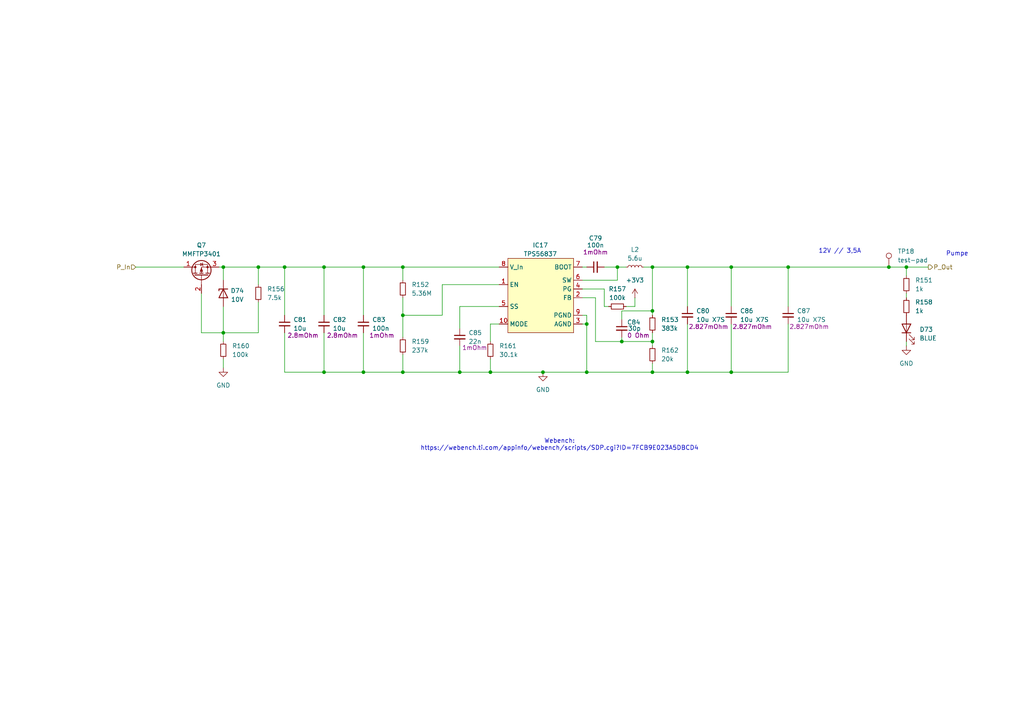
<source format=kicad_sch>
(kicad_sch (version 20231120) (generator "eeschema") (generator_version "8.0")
  (paper "A4")
  (title_block (title "PDU FT25") (date "2025-01-15") (rev "V1.2") (company "Janek Herm") (comment 1 "FaSTTUBe Electronics"))
  (lib_symbols
    (symbol "Connector:TestPoint" (pin_numbers hide) (pin_names (offset 0.762) hide)
      (property "Reference" "TP" (at 0 6.858 0))
      (property "Value" "TestPoint" (at 0 5.08 0))
      (symbol "TestPoint_0_1"
        (circle (center 0 3.302) (radius 0.762))
      )
      (symbol "TestPoint_1_1"
        (pin passive line (at 0 0 90) (length 2.54) (name "1") (number "1"))
      )
    )
    (symbol "Device:C_Small" (pin_numbers hide) (pin_names (offset 0.254) hide)
      (property "Reference" "C" (at 0.254 1.778 0))
      (property "Value" "C_Small" (at 0.254 -2.032 0))
      (symbol "C_Small_0_1"
        (polyline (pts (xy -1.524 -0.508) (xy 1.524 -0.508)) (stroke (width 0.3302)))
        (polyline (pts (xy -1.524 0.508) (xy 1.524 0.508)) (stroke (width 0.3048)))
      )
      (symbol "C_Small_1_1"
        (pin passive line (at 0 2.54 270) (length 2.032) (name "~") (number "1"))
        (pin passive line (at 0 -2.54 90) (length 2.032) (name "~") (number "2"))
      )
    )
    (symbol "Device:D_Zener" (pin_numbers hide) (pin_names (offset 1.016) hide)
      (property "Reference" "D" (at 0 2.54 0))
      (property "Value" "D_Zener" (at 0 -2.54 0))
      (symbol "D_Zener_0_1"
        (polyline (pts (xy 1.27 0) (xy -1.27 0)))
        (polyline (pts (xy -1.27 -1.27) (xy -1.27 1.27) (xy -0.762 1.27)) (stroke (width 0.254)))
        (polyline (pts (xy 1.27 -1.27) (xy 1.27 1.27) (xy -1.27 0) (xy 1.27 -1.27)) (stroke (width 0.254)))
      )
      (symbol "D_Zener_1_1"
        (pin passive line (at -3.81 0 0) (length 2.54) (name "K") (number "1"))
        (pin passive line (at 3.81 0 180) (length 2.54) (name "A") (number "2"))
      )
    )
    (symbol "Device:LED" (pin_numbers hide) (pin_names (offset 1.016) hide)
      (property "Reference" "D" (at 0 2.54 0))
      (property "Value" "LED" (at 0 -2.54 0))
      (symbol "LED_0_1"
        (polyline (pts (xy -1.27 -1.27) (xy -1.27 1.27)) (stroke (width 0.254)))
        (polyline (pts (xy -1.27 0) (xy 1.27 0)))
        (polyline (pts (xy 1.27 -1.27) (xy 1.27 1.27) (xy -1.27 0) (xy 1.27 -1.27)) (stroke (width 0.254)))
        (polyline (pts (xy -3.048 -0.762) (xy -4.572 -2.286) (xy -3.81 -2.286) (xy -4.572 -2.286) (xy -4.572 -1.524)))
        (polyline (pts (xy -1.778 -0.762) (xy -3.302 -2.286) (xy -2.54 -2.286) (xy -3.302 -2.286) (xy -3.302 -1.524)))
      )
      (symbol "LED_1_1"
        (pin passive line (at -3.81 0 0) (length 2.54) (name "K") (number "1"))
        (pin passive line (at 3.81 0 180) (length 2.54) (name "A") (number "2"))
      )
    )
    (symbol "Device:L_Small" (pin_numbers hide) (pin_names (offset 0.254) hide)
      (property "Reference" "L" (at 0.762 1.016 0))
      (property "Value" "L_Small" (at 0.762 -1.016 0))
      (symbol "L_Small_0_1"
        (arc (start 0 -2.032) (mid 0.5058 -1.524) (end 0 -1.016))
        (arc (start 0 -1.016) (mid 0.5058 -0.508) (end 0 0))
        (arc (start 0 0) (mid 0.5058 0.508) (end 0 1.016))
        (arc (start 0 1.016) (mid 0.5058 1.524) (end 0 2.032))
      )
      (symbol "L_Small_1_1"
        (pin passive line (at 0 2.54 270) (length 0.508) (name "~") (number "1"))
        (pin passive line (at 0 -2.54 90) (length 0.508) (name "~") (number "2"))
      )
    )
    (symbol "Device:Q_PMOS_DGS" (pin_names (offset 0) hide)
      (property "Reference" "Q" (at 5.08 1.27 0))
      (property "Value" "Q_PMOS_DGS" (at 5.08 -1.27 0))
      (symbol "Q_PMOS_DGS_0_1"
        (polyline (pts (xy 0.254 0) (xy -2.54 0)))
        (polyline (pts (xy 0.254 1.905) (xy 0.254 -1.905)) (stroke (width 0.254)))
        (polyline (pts (xy 0.762 -1.27) (xy 0.762 -2.286)) (stroke (width 0.254)))
        (polyline (pts (xy 0.762 0.508) (xy 0.762 -0.508)) (stroke (width 0.254)))
        (polyline (pts (xy 0.762 2.286) (xy 0.762 1.27)) (stroke (width 0.254)))
        (polyline (pts (xy 2.54 2.54) (xy 2.54 1.778)))
        (polyline (pts (xy 2.54 -2.54) (xy 2.54 0) (xy 0.762 0)))
        (polyline (pts (xy 0.762 1.778) (xy 3.302 1.778) (xy 3.302 -1.778) (xy 0.762 -1.778)))
        (polyline (pts (xy 2.286 0) (xy 1.27 0.381) (xy 1.27 -0.381) (xy 2.286 0)) (fill (type outline)))
        (polyline (pts (xy 2.794 -0.508) (xy 2.921 -0.381) (xy 3.683 -0.381) (xy 3.81 -0.254)))
        (polyline (pts (xy 3.302 -0.381) (xy 2.921 0.254) (xy 3.683 0.254) (xy 3.302 -0.381)))
        (circle (center 1.651 0) (radius 2.794) (stroke (width 0.254)))
        (circle (center 2.54 -1.778) (radius 0.254) (fill (type outline)))
        (circle (center 2.54 1.778) (radius 0.254) (fill (type outline)))
      )
      (symbol "Q_PMOS_DGS_1_1"
        (pin passive line (at 2.54 5.08 270) (length 2.54) (name "D") (number "1"))
        (pin input line (at -5.08 0 0) (length 2.54) (name "G") (number "2"))
        (pin passive line (at 2.54 -5.08 90) (length 2.54) (name "S") (number "3"))
      )
    )
    (symbol "Device:R_Small" (pin_numbers hide) (pin_names (offset 0.254) hide)
      (property "Reference" "R" (at 0.762 0.508 0))
      (property "Value" "R_Small" (at 0.762 -1.016 0))
      (symbol "R_Small_0_1"
        (rectangle (start -0.762 1.778) (end 0.762 -1.778) (stroke (width 0.2032)))
      )
      (symbol "R_Small_1_1"
        (pin passive line (at 0 2.54 270) (length 0.762) (name "~") (number "1"))
        (pin passive line (at 0 -2.54 90) (length 0.762) (name "~") (number "2"))
      )
    )
    (symbol "FaSTTUBe_Voltage_Regulators:TPS56837"
      (property "Reference" "IC" (at -3.556 10.922 0))
      (property "Value" "TPS56837" (at -3.302 8.636 0))
      (symbol "TPS56837_1_1"
        (rectangle (start -12.7 7.62) (end 6.35 -13.97) (fill (type background)))
        (pin input line (at -15.24 0 0) (length 2.54) (name "EN") (number "1"))
        (pin input line (at -15.24 -11.43 0) (length 2.54) (name "MODE") (number "10"))
        (pin input line (at 8.89 -3.81 180) (length 2.54) (name "FB") (number "2"))
        (pin input line (at 8.89 -11.43 180) (length 2.54) (name "AGND") (number "3"))
        (pin input line (at 8.89 -1.27 180) (length 2.54) (name "PG") (number "4"))
        (pin input line (at -15.24 -6.35 0) (length 2.54) (name "SS") (number "5"))
        (pin input line (at 8.89 1.27 180) (length 2.54) (name "SW") (number "6"))
        (pin input line (at 8.89 5.08 180) (length 2.54) (name "BOOT") (number "7"))
        (pin input line (at -15.24 5.08 0) (length 2.54) (name "V_In") (number "8"))
        (pin input line (at 8.89 -8.89 180) (length 2.54) (name "PGND") (number "9"))
      )
    )
    (symbol "power:+3.3V" (power) (pin_numbers hide) (pin_names (offset 0) hide)
      (property "Value" "+3.3V" (at 0 3.556 0))
      (symbol "+3.3V_0_1"
        (polyline (pts (xy -0.762 1.27) (xy 0 2.54)))
        (polyline (pts (xy 0 0) (xy 0 2.54)))
        (polyline (pts (xy 0 2.54) (xy 0.762 1.27)))
      )
      (symbol "+3.3V_1_1"
        (pin power_in line (at 0 0 90) (length 0) (name "~") (number "1"))
      )
    )
    (symbol "power:GND" (power) (pin_numbers hide) (pin_names (offset 0) hide)
      (property "Value" "GND" (at 0 -3.81 0))
      (symbol "GND_0_1"
        (polyline (pts (xy 0 0) (xy 0 -1.27) (xy 1.27 -1.27) (xy 0 -2.54) (xy -1.27 -1.27) (xy 0 -1.27)))
      )
      (symbol "GND_1_1"
        (pin power_in line (at 0 0 270) (length 0) (name "~") (number "1"))
      )
    )
  )
  (junction (at 170.18 107.95))
  (junction (at 93.98 107.95))
  (junction (at 212.09 77.47))
  (junction (at 64.77 96.52))
  (junction (at 189.23 107.95))
  (junction (at 74.93 77.47))
  (junction (at 133.35 107.95))
  (junction (at 189.23 77.47))
  (junction (at 180.34 99.06))
  (junction (at 105.41 77.47))
  (junction (at 199.39 107.95))
  (junction (at 179.07 77.47))
  (junction (at 157.48 107.95))
  (junction (at 105.41 107.95))
  (junction (at 257.81 77.47))
  (junction (at 64.77 77.47))
  (junction (at 189.23 99.06))
  (junction (at 262.89 77.47))
  (junction (at 93.98 77.47))
  (junction (at 228.6 77.47))
  (junction (at 189.23 90.17))
  (junction (at 116.84 91.44))
  (junction (at 212.09 107.95))
  (junction (at 142.24 107.95))
  (junction (at 170.18 93.98))
  (junction (at 199.39 77.47))
  (junction (at 116.84 107.95))
  (junction (at 116.84 77.47))
  (junction (at 82.55 77.47))
  (wire (pts (xy 93.98 77.47) (xy 105.41 77.47)))
  (wire (pts (xy 257.81 77.47) (xy 262.89 77.47)))
  (wire (pts (xy 64.77 104.14) (xy 64.77 106.68)))
  (wire (pts (xy 74.93 77.47) (xy 82.55 77.47)))
  (wire (pts (xy 144.78 88.9) (xy 133.35 88.9)))
  (wire (pts (xy 175.26 83.82) (xy 175.26 88.9)))
  (wire (pts (xy 189.23 77.47) (xy 199.39 77.47)))
  (wire (pts (xy 184.15 88.9) (xy 184.15 86.36)))
  (wire (pts (xy 170.18 93.98) (xy 170.18 107.95)))
  (wire (pts (xy 128.27 82.55) (xy 128.27 91.44)))
  (wire (pts (xy 262.89 77.47) (xy 269.24 77.47)))
  (wire (pts (xy 39.37 77.47) (xy 53.34 77.47)))
  (wire (pts (xy 74.93 77.47) (xy 74.93 82.55)))
  (wire (pts (xy 116.84 107.95) (xy 133.35 107.95)))
  (wire (pts (xy 133.35 107.95) (xy 142.24 107.95)))
  (wire (pts (xy 82.55 77.47) (xy 82.55 91.44)))
  (wire (pts (xy 186.69 77.47) (xy 189.23 77.47)))
  (wire (pts (xy 228.6 77.47) (xy 257.81 77.47)))
  (wire (pts (xy 74.93 96.52) (xy 64.77 96.52)))
  (wire (pts (xy 175.26 77.47) (xy 179.07 77.47)))
  (wire (pts (xy 199.39 77.47) (xy 199.39 88.9)))
  (wire (pts (xy 180.34 99.06) (xy 189.23 99.06)))
  (wire (pts (xy 105.41 77.47) (xy 105.41 91.44)))
  (wire (pts (xy 189.23 90.17) (xy 189.23 91.44)))
  (wire (pts (xy 105.41 107.95) (xy 116.84 107.95)))
  (wire (pts (xy 116.84 77.47) (xy 144.78 77.47)))
  (wire (pts (xy 64.77 96.52) (xy 64.77 99.06)))
  (wire (pts (xy 228.6 93.98) (xy 228.6 107.95)))
  (wire (pts (xy 228.6 77.47) (xy 228.6 88.9)))
  (wire (pts (xy 133.35 88.9) (xy 133.35 95.25)))
  (wire (pts (xy 64.77 77.47) (xy 74.93 77.47)))
  (wire (pts (xy 212.09 77.47) (xy 212.09 88.9)))
  (wire (pts (xy 93.98 107.95) (xy 105.41 107.95)))
  (wire (pts (xy 175.26 88.9) (xy 176.53 88.9)))
  (wire (pts (xy 64.77 88.9) (xy 64.77 96.52)))
  (wire (pts (xy 170.18 107.95) (xy 189.23 107.95)))
  (wire (pts (xy 189.23 77.47) (xy 189.23 90.17)))
  (wire (pts (xy 142.24 104.14) (xy 142.24 107.95)))
  (wire (pts (xy 180.34 99.06) (xy 180.34 97.79)))
  (wire (pts (xy 172.72 99.06) (xy 180.34 99.06)))
  (wire (pts (xy 189.23 105.41) (xy 189.23 107.95)))
  (wire (pts (xy 144.78 93.98) (xy 142.24 93.98)))
  (wire (pts (xy 189.23 99.06) (xy 189.23 100.33)))
  (wire (pts (xy 181.61 88.9) (xy 184.15 88.9)))
  (wire (pts (xy 180.34 90.17) (xy 180.34 92.71)))
  (wire (pts (xy 172.72 86.36) (xy 172.72 99.06)))
  (wire (pts (xy 181.61 77.47) (xy 179.07 77.47)))
  (wire (pts (xy 212.09 107.95) (xy 228.6 107.95)))
  (wire (pts (xy 116.84 77.47) (xy 116.84 81.28)))
  (wire (pts (xy 116.84 91.44) (xy 116.84 97.79)))
  (wire (pts (xy 168.91 83.82) (xy 175.26 83.82)))
  (wire (pts (xy 189.23 107.95) (xy 199.39 107.95)))
  (wire (pts (xy 128.27 91.44) (xy 116.84 91.44)))
  (wire (pts (xy 168.91 86.36) (xy 172.72 86.36)))
  (wire (pts (xy 170.18 91.44) (xy 170.18 93.98)))
  (wire (pts (xy 93.98 96.52) (xy 93.98 107.95)))
  (wire (pts (xy 144.78 82.55) (xy 128.27 82.55)))
  (wire (pts (xy 157.48 107.95) (xy 170.18 107.95)))
  (wire (pts (xy 105.41 77.47) (xy 116.84 77.47)))
  (wire (pts (xy 58.42 85.09) (xy 58.42 96.52)))
  (wire (pts (xy 168.91 91.44) (xy 170.18 91.44)))
  (wire (pts (xy 58.42 96.52) (xy 64.77 96.52)))
  (wire (pts (xy 168.91 93.98) (xy 170.18 93.98)))
  (wire (pts (xy 64.77 77.47) (xy 64.77 81.28)))
  (wire (pts (xy 116.84 86.36) (xy 116.84 91.44)))
  (wire (pts (xy 116.84 102.87) (xy 116.84 107.95)))
  (wire (pts (xy 74.93 87.63) (xy 74.93 96.52)))
  (wire (pts (xy 262.89 99.06) (xy 262.89 100.33)))
  (wire (pts (xy 199.39 93.98) (xy 199.39 107.95)))
  (wire (pts (xy 262.89 77.47) (xy 262.89 80.01)))
  (wire (pts (xy 93.98 77.47) (xy 93.98 91.44)))
  (wire (pts (xy 212.09 93.98) (xy 212.09 107.95)))
  (wire (pts (xy 133.35 100.33) (xy 133.35 107.95)))
  (wire (pts (xy 189.23 96.52) (xy 189.23 99.06)))
  (wire (pts (xy 199.39 107.95) (xy 212.09 107.95)))
  (wire (pts (xy 179.07 81.28) (xy 179.07 77.47)))
  (wire (pts (xy 82.55 96.52) (xy 82.55 107.95)))
  (wire (pts (xy 180.34 90.17) (xy 189.23 90.17)))
  (wire (pts (xy 105.41 96.52) (xy 105.41 107.95)))
  (wire (pts (xy 63.5 77.47) (xy 64.77 77.47)))
  (wire (pts (xy 262.89 85.09) (xy 262.89 86.36)))
  (wire (pts (xy 199.39 77.47) (xy 212.09 77.47)))
  (wire (pts (xy 142.24 93.98) (xy 142.24 99.06)))
  (wire (pts (xy 168.91 81.28) (xy 179.07 81.28)))
  (wire (pts (xy 168.91 77.47) (xy 170.18 77.47)))
  (wire (pts (xy 142.24 107.95) (xy 157.48 107.95)))
  (wire (pts (xy 212.09 77.47) (xy 228.6 77.47)))
  (wire (pts (xy 82.55 107.95) (xy 93.98 107.95)))
  (wire (pts (xy 82.55 77.47) (xy 93.98 77.47)))
  (text "12V // 3,5A" (at 243.586 72.898 0) (effects (font (size 1.27 1.27))))
  (text "Webench:\nhttps://webench.ti.com/appinfo/webench/scripts/SDP.cgi?ID=7FCB9E023A5DBCD4" (at 162.306 129.032 0) (effects (font (size 1.27 1.27))))
  (text "Pumpe" (at 277.622 73.66 0) (effects (font (size 1.27 1.27))))
  (hierarchical_label "P_In" (shape input) (at 39.37 77.47 180))
  (hierarchical_label "P_Out" (shape output) (at 269.24 77.47 0))
  (symbol (lib_id "Device:R_Small") (at 116.84 100.33 0) (unit 1)
    (property "Reference" "R159" (at 119.38 99.0599 0) (effects (justify left)))
    (property "Value" "237k" (at 119.38 101.5999 0) (effects (justify left)))
    (property "Footprint" "Resistor_SMD:R_0603_1608Metric" (effects (hide yes)))
    (property "Description" "Resistor, small symbol" (effects (hide yes)))
    (instances (project "FT25_PDU" (path "" (reference "R159") (unit 1)) (path "" (reference "R169") (unit 1))))
  )
  (symbol (lib_id "Device:R_Small") (at 74.93 85.09 0) (unit 1)
    (property "Reference" "R156" (at 77.47 83.8199 0) (effects (justify left)))
    (property "Value" "7.5k" (at 77.47 86.3599 0) (effects (justify left)))
    (property "Footprint" "Resistor_SMD:R_0603_1608Metric" (effects (hide yes)))
    (property "Description" "Resistor, small symbol" (effects (hide yes)))
    (instances (project "FT25_PDU" (path "" (reference "R156") (unit 1)) (path "" (reference "R166") (unit 1))))
  )
  (symbol (lib_id "Device:R_Small") (at 189.23 102.87 0) (unit 1)
    (property "Reference" "R162" (at 191.77 101.5999 0) (effects (justify left)))
    (property "Value" "20k" (at 191.77 104.1399 0) (effects (justify left)))
    (property "Footprint" "Resistor_SMD:R_0603_1608Metric" (effects (hide yes)))
    (property "Description" "Resistor, small symbol" (effects (hide yes)))
    (instances (project "FT25_PDU" (path "" (reference "R162") (unit 1)) (path "" (reference "R172") (unit 1))))
  )
  (symbol (lib_id "power:GND") (at 157.48 107.95 0) (unit 1)
    (property "Reference" "#PWR0208" (effects (hide yes)))
    (property "Value" "GND" (at 157.48 113.03 0))
    (property "Description" "Power symbol creates a global label with name \"GND\" , ground" (effects (hide yes)))
    (instances (project "FT25_PDU" (path "" (reference "#PWR0208") (unit 1)) (path "" (reference "#PWR0212") (unit 1))))
  )
  (symbol (lib_id "power:GND") (at 262.89 100.33 0) (unit 1)
    (property "Reference" "#PWR0204" (effects (hide yes)))
    (property "Value" "GND" (at 262.89 105.41 0))
    (property "Description" "Power symbol creates a global label with name \"GND\" , ground" (effects (hide yes)))
    (instances (project "FT25_PDU" (path "" (reference "#PWR0204") (unit 1)) (path "" (reference "#PWR0210") (unit 1))))
  )
  (symbol (lib_id "Device:Q_PMOS_DGS") (at 58.42 80.01 90) (unit 1)
    (property "Reference" "Q7" (at 58.42 71.12 90))
    (property "Value" "MMFTP3401" (at 58.42 73.66 90))
    (property "Footprint" "FaSTTUBe_Switches:SOT-23_GSD" (effects (hide yes)))
    (property "Datasheet" "https://diotec.com/request/datasheet/mmftp3401.pdf" (effects (hide yes)))
    (property "Description" "P-MOSFET transistor, drain/gate/source" (effects (hide yes)))
    (property "Sim.Device" "PMOS" (effects (hide yes)))
    (property "Sim.Type" "VDMOS" (effects (hide yes)))
    (property "Sim.Pins" "1=D 2=G 3=S" (effects (hide yes)))
    (instances (project "FT25_PDU" (path "" (reference "Q7") (unit 1)) (path "" (reference "Q8") (unit 1))))
  )
  (symbol (lib_id "Device:C_Small") (at 199.39 91.44 0) (unit 1)
    (property "Reference" "C80" (at 201.93 90.1762 0) (effects (justify left)))
    (property "Value" "10u X7S" (at 201.93 92.7162 0) (effects (justify left)))
    (property "Footprint" "Capacitor_SMD:C_1210_3225Metric" (effects (hide yes)))
    (property "Description" "Unpolarized capacitor, small symbol" (effects (hide yes)))
    (property "Resistance" "2.827mOhm" (at 205.486 94.742 0))
    (instances (project "FT25_PDU" (path "" (reference "C80") (unit 1)) (path "" (reference "C89") (unit 1))))
  )
  (symbol (lib_id "Device:C_Small") (at 105.41 93.98 0) (unit 1)
    (property "Reference" "C83" (at 107.95 92.7162 0) (effects (justify left)))
    (property "Value" "100n" (at 107.95 95.2562 0) (effects (justify left)))
    (property "Footprint" "Capacitor_SMD:C_0805_2012Metric" (effects (hide yes)))
    (property "Description" "Unpolarized capacitor, small symbol" (effects (hide yes)))
    (property "Resistance" "1mOhm" (at 110.744 97.282 0))
    (instances (project "FT25_PDU" (path "" (reference "C83") (unit 1)) (path "" (reference "C94") (unit 1))))
  )
  (symbol (lib_id "Device:L_Small") (at 184.15 77.47 90) (unit 1)
    (property "Reference" "L2" (at 184.15 72.39 90))
    (property "Value" "5.6u" (at 184.15 74.93 90))
    (property "Footprint" "74439346056:74439346056" (effects (hide yes)))
    (property "Datasheet" "https://www.we-online.com/components/products/datasheet/74439346056.pdf" (effects (hide yes)))
    (property "Description" "Inductor, small symbol" (effects (hide yes)))
    (instances (project "FT25_PDU" (path "" (reference "L2") (unit 1)) (path "" (reference "L4") (unit 1))))
  )
  (symbol (lib_id "Device:LED") (at 262.89 95.25 90) (unit 1)
    (property "Reference" "D73" (at 266.7 95.5674 90) (effects (justify right)))
    (property "Value" "BLUE" (at 266.7 98.1074 90) (effects (justify right)))
    (property "Footprint" "LED_SMD:LED_0603_1608Metric" (effects (hide yes)))
    (property "Datasheet" "https://www.we-online.com/components/products/datasheet/150060BS75000.pdf" (effects (hide yes)))
    (property "Description" "Light emitting diode" (effects (hide yes)))
    (property "MPR" "150060BS75000" (effects (hide yes)))
    (instances (project "FT25_PDU" (path "" (reference "D73") (unit 1)) (path "" (reference "D75") (unit 1))))
  )
  (symbol (lib_id "Device:C_Small") (at 172.72 77.47 90) (unit 1)
    (property "Reference" "C79" (at 172.7263 69.088 90))
    (property "Value" "100n" (at 172.7263 71.12 90))
    (property "Footprint" "Capacitor_SMD:C_0603_1608Metric" (effects (hide yes)))
    (property "Description" "Unpolarized capacitor, small symbol" (effects (hide yes)))
    (property "Resistance" "1mOhm" (at 172.72 73.152 90))
    (instances (project "FT25_PDU" (path "" (reference "C79") (unit 1)) (path "" (reference "C88") (unit 1))))
  )
  (symbol (lib_id "Device:C_Small") (at 228.6 91.44 0) (unit 1)
    (property "Reference" "C87" (at 231.14 90.1762 0) (effects (justify left)))
    (property "Value" "10u X7S" (at 231.14 92.7162 0) (effects (justify left)))
    (property "Footprint" "Capacitor_SMD:C_1210_3225Metric" (effects (hide yes)))
    (property "Description" "Unpolarized capacitor, small symbol" (effects (hide yes)))
    (property "Resistance" "2.827mOhm" (at 234.696 94.742 0))
    (instances (project "FT25_PDU" (path "" (reference "C87") (unit 1)) (path "" (reference "C91") (unit 1))))
  )
  (symbol (lib_id "Device:C_Small") (at 212.09 91.44 0) (unit 1)
    (property "Reference" "C86" (at 214.63 90.1762 0) (effects (justify left)))
    (property "Value" "10u X7S" (at 214.63 92.7162 0) (effects (justify left)))
    (property "Footprint" "Capacitor_SMD:C_1210_3225Metric" (effects (hide yes)))
    (property "Description" "Unpolarized capacitor, small symbol" (effects (hide yes)))
    (property "Resistance" "2.827mOhm" (at 218.186 94.742 0))
    (instances (project "FT25_PDU" (path "" (reference "C86") (unit 1)) (path "" (reference "C90") (unit 1))))
  )
  (symbol (lib_id "Device:R_Small") (at 189.23 93.98 0) (unit 1)
    (property "Reference" "R153" (at 191.77 92.7099 0) (effects (justify left)))
    (property "Value" "383k" (at 191.77 95.2499 0) (effects (justify left)))
    (property "Footprint" "Resistor_SMD:R_0603_1608Metric" (effects (hide yes)))
    (property "Description" "Resistor, small symbol" (effects (hide yes)))
    (instances (project "FT25_PDU" (path "" (reference "R153") (unit 1)) (path "" (reference "R165") (unit 1))))
  )
  (symbol (lib_id "power:+3.3V") (at 184.15 86.36 0) (unit 1)
    (property "Reference" "#PWR0203" (effects (hide yes)))
    (property "Value" "+3V3" (at 184.15 81.28 0))
    (property "Description" "Power symbol creates a global label with name \"+3.3V\"" (effects (hide yes)))
    (instances (project "FT25_PDU" (path "" (reference "#PWR0203") (unit 1)) (path "" (reference "#PWR0209") (unit 1))))
  )
  (symbol (lib_id "FaSTTUBe_Voltage_Regulators:TPS56837") (at 160.02 82.55 0) (unit 1)
    (property "Reference" "IC17" (at 156.718 71.12 0))
    (property "Value" "TPS56837" (at 156.718 73.66 0))
    (property "Footprint" "TPS56837:TPS56837" (effects (hide yes)))
    (property "Datasheet" "https://www.ti.com/lit/ds/symlink/tps56837.pdf?ts=1731338435977" (effects (hide yes)))
    (instances (project "FT25_PDU" (path "" (reference "IC17") (unit 1)) (path "" (reference "IC18") (unit 1))))
  )
  (symbol (lib_id "Connector:TestPoint") (at 257.81 77.47 0) (unit 1)
    (property "Reference" "TP18" (at 260.35 72.8979 0) (effects (justify left)))
    (property "Value" "test-pad" (at 260.35 75.4379 0) (effects (justify left)))
    (property "Footprint" "5025:5025" (effects (hide yes)))
    (property "Description" "test point" (effects (hide yes)))
    (instances (project "FT25_PDU" (path "" (reference "TP18") (unit 1)) (path "" (reference "TP19") (unit 1))))
  )
  (symbol (lib_id "Device:C_Small") (at 82.55 93.98 0) (unit 1)
    (property "Reference" "C81" (at 85.09 92.7162 0) (effects (justify left)))
    (property "Value" "10u" (at 85.09 95.2562 0) (effects (justify left)))
    (property "Footprint" "Capacitor_SMD:C_1210_3225Metric" (effects (hide yes)))
    (property "Description" "Unpolarized capacitor, small symbol" (effects (hide yes)))
    (property "Resistance" "2.8mOhm" (at 87.884 97.282 0))
    (instances (project "FT25_PDU" (path "" (reference "C81") (unit 1)) (path "" (reference "C92") (unit 1))))
  )
  (symbol (lib_id "Device:R_Small") (at 142.24 101.6 0) (unit 1)
    (property "Reference" "R161" (at 144.78 100.3299 0) (effects (justify left)))
    (property "Value" "30.1k" (at 144.78 102.8699 0) (effects (justify left)))
    (property "Footprint" "Resistor_SMD:R_0603_1608Metric" (effects (hide yes)))
    (property "Description" "Resistor, small symbol" (effects (hide yes)))
    (instances (project "FT25_PDU" (path "" (reference "R161") (unit 1)) (path "" (reference "R171") (unit 1))))
  )
  (symbol (lib_id "Device:R_Small") (at 262.89 82.55 0) (unit 1)
    (property "Reference" "R151" (at 265.43 81.2799 0) (effects (justify left)))
    (property "Value" "1k" (at 265.43 83.8199 0) (effects (justify left)))
    (property "Footprint" "Resistor_SMD:R_0603_1608Metric" (effects (hide yes)))
    (property "Description" "Resistor, small symbol" (effects (hide yes)))
    (instances (project "FT25_PDU" (path "" (reference "R151") (unit 1)) (path "" (reference "R163") (unit 1))))
  )
  (symbol (lib_id "Device:R_Small") (at 64.77 101.6 0) (unit 1)
    (property "Reference" "R160" (at 67.31 100.3299 0) (effects (justify left)))
    (property "Value" "100k" (at 67.31 102.8699 0) (effects (justify left)))
    (property "Footprint" "Resistor_SMD:R_0603_1608Metric" (effects (hide yes)))
    (property "Description" "Resistor, small symbol" (effects (hide yes)))
    (instances (project "FT25_PDU" (path "" (reference "R160") (unit 1)) (path "" (reference "R170") (unit 1))))
  )
  (symbol (lib_id "Device:R_Small") (at 179.07 88.9 90) (unit 1)
    (property "Reference" "R157" (at 179.07 83.82 90))
    (property "Value" "100k" (at 179.07 86.36 90))
    (property "Footprint" "Resistor_SMD:R_0603_1608Metric" (effects (hide yes)))
    (property "Description" "Resistor, small symbol" (effects (hide yes)))
    (instances (project "FT25_PDU" (path "" (reference "R157") (unit 1)) (path "" (reference "R167") (unit 1))))
  )
  (symbol (lib_id "Device:R_Small") (at 116.84 83.82 0) (unit 1)
    (property "Reference" "R152" (at 119.38 82.5499 0) (effects (justify left)))
    (property "Value" "5.36M" (at 119.38 85.0899 0) (effects (justify left)))
    (property "Footprint" "Resistor_SMD:R_0603_1608Metric" (effects (hide yes)))
    (property "Description" "Resistor, small symbol" (effects (hide yes)))
    (instances (project "FT25_PDU" (path "" (reference "R152") (unit 1)) (path "" (reference "R164") (unit 1))))
  )
  (symbol (lib_id "Device:C_Small") (at 180.34 95.25 0) (unit 1)
    (property "Reference" "C84" (at 181.864 93.4782 0) (effects (justify left)))
    (property "Value" "30p" (at 182.118 95.2562 0) (effects (justify left)))
    (property "Footprint" "Capacitor_SMD:C_0603_1608Metric" (effects (hide yes)))
    (property "Description" "Unpolarized capacitor, small symbol" (effects (hide yes)))
    (property "Resistance" "0 Ohm" (at 185.166 97.282 0))
    (instances (project "FT25_PDU" (path "" (reference "C84") (unit 1)) (path "" (reference "C95") (unit 1))))
  )
  (symbol (lib_id "Device:D_Zener") (at 64.77 85.09 90) (mirror x) (unit 1)
    (property "Reference" "D74" (at 68.834 84.328 90))
    (property "Value" "10V" (at 68.834 86.868 90))
    (property "Footprint" "3SMAJ5934B-TP:DIOM5226X244N" (effects (hide yes)))
    (property "Datasheet" "https://www.mouser.de/datasheet/2/258/3SMAJ5918B_3SMAJ5956B_SMA_-3423242.pdf" (effects (hide yes)))
    (property "Description" "Zener diode" (effects (hide yes)))
    (property "MPR" "3SMAJ5925B" (effects (hide yes)))
    (instances (project "FT25_PDU" (path "" (reference "D74") (unit 1)) (path "" (reference "D72") (unit 1))))
  )
  (symbol (lib_id "power:GND") (at 64.77 106.68 0) (unit 1)
    (property "Reference" "#PWR0207" (effects (hide yes)))
    (property "Value" "GND" (at 64.77 111.76 0))
    (property "Description" "Power symbol creates a global label with name \"GND\" , ground" (effects (hide yes)))
    (instances (project "FT25_PDU" (path "" (reference "#PWR0207") (unit 1)) (path "" (reference "#PWR0211") (unit 1))))
  )
  (symbol (lib_id "Device:C_Small") (at 93.98 93.98 0) (unit 1)
    (property "Reference" "C82" (at 96.52 92.7162 0) (effects (justify left)))
    (property "Value" "10u" (at 96.52 95.2562 0) (effects (justify left)))
    (property "Footprint" "Capacitor_SMD:C_1210_3225Metric" (effects (hide yes)))
    (property "Description" "Unpolarized capacitor, small symbol" (effects (hide yes)))
    (property "Resistance" "2.8mOhm" (at 99.314 97.282 0))
    (instances (project "FT25_PDU" (path "" (reference "C82") (unit 1)) (path "" (reference "C93") (unit 1))))
  )
  (symbol (lib_id "Device:R_Small") (at 262.89 88.9 0) (unit 1)
    (property "Reference" "R158" (at 265.43 87.6299 0) (effects (justify left)))
    (property "Value" "1k" (at 265.43 90.1699 0) (effects (justify left)))
    (property "Footprint" "Resistor_SMD:R_0603_1608Metric" (effects (hide yes)))
    (property "Description" "Resistor, small symbol" (effects (hide yes)))
    (instances (project "FT25_PDU" (path "" (reference "R158") (unit 1)) (path "" (reference "R168") (unit 1))))
  )
  (symbol (lib_id "Device:C_Small") (at 133.35 97.79 0) (unit 1)
    (property "Reference" "C85" (at 135.89 96.5262 0) (effects (justify left)))
    (property "Value" "22n" (at 135.89 99.0662 0) (effects (justify left)))
    (property "Footprint" "Capacitor_SMD:C_0603_1608Metric" (effects (hide yes)))
    (property "Description" "Unpolarized capacitor, small symbol" (effects (hide yes)))
    (property "Resistance" "1mOhm" (at 137.668 100.838 0))
    (instances (project "FT25_PDU" (path "" (reference "C85") (unit 1)) (path "" (reference "C96") (unit 1))))
  )
)
</source>
